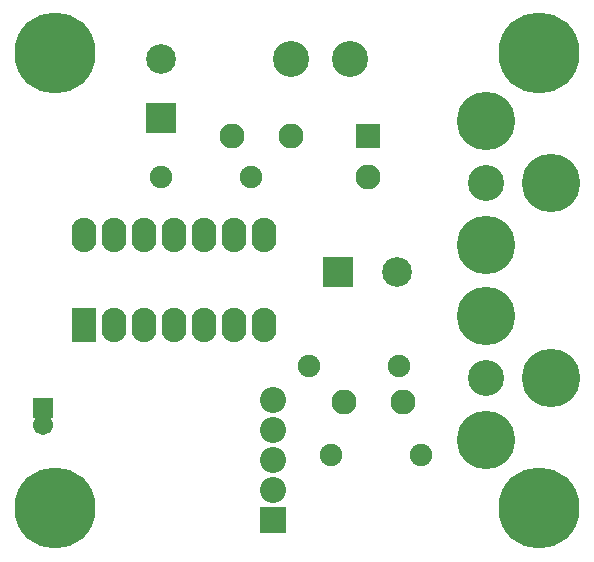
<source format=gts>
G04 #@! TF.FileFunction,Soldermask,Top*
%FSLAX46Y46*%
G04 Gerber Fmt 4.6, Leading zero omitted, Abs format (unit mm)*
G04 Created by KiCad (PCBNEW (after 2015-mar-04 BZR unknown)-product) date 4/20/2017 11:34:07 AM*
%MOMM*%
G01*
G04 APERTURE LIST*
%ADD10C,0.150000*%
%ADD11R,2.508000X2.508000*%
%ADD12C,2.508000*%
%ADD13R,1.708000X1.708000*%
%ADD14C,1.708000*%
%ADD15C,2.108000*%
%ADD16R,2.108000X2.108000*%
%ADD17C,4.953000*%
%ADD18C,3.048000*%
%ADD19R,2.208000X2.208000*%
%ADD20O,2.208000X2.208000*%
%ADD21C,6.858000*%
%ADD22C,1.908000*%
%ADD23O,1.908000X1.908000*%
%ADD24R,2.108000X2.908000*%
%ADD25O,2.108000X2.908000*%
G04 APERTURE END LIST*
D10*
D11*
X13000000Y-9500000D03*
D12*
X13000000Y-4500000D03*
D13*
X3000000Y-34000000D03*
D14*
X3000000Y-35500000D03*
D15*
X33500000Y-33500000D03*
X28500000Y-33500000D03*
D11*
X28000000Y-22500000D03*
D12*
X33000000Y-22500000D03*
D15*
X19000000Y-11000000D03*
X24000000Y-11000000D03*
D16*
X30500000Y-11000000D03*
D15*
X30500000Y-14500000D03*
D17*
X46011800Y-31500000D03*
X40500000Y-26254900D03*
X40500000Y-36745100D03*
D18*
X40500000Y-31500000D03*
D17*
X46011800Y-15000000D03*
X40500000Y-9754900D03*
X40500000Y-20245100D03*
D18*
X40500000Y-15000000D03*
X24000000Y-4500000D03*
X29000000Y-4500000D03*
D19*
X22500000Y-43500000D03*
D20*
X22500000Y-40960000D03*
X22500000Y-38420000D03*
X22500000Y-35880000D03*
X22500000Y-33340000D03*
D21*
X4000000Y-4000000D03*
X45000000Y-4000000D03*
X45000000Y-42500000D03*
X4000000Y-42500000D03*
D22*
X25500000Y-30500000D03*
D23*
X33120000Y-30500000D03*
D22*
X13000000Y-14500000D03*
D23*
X20620000Y-14500000D03*
D22*
X35000000Y-38000000D03*
D23*
X27380000Y-38000000D03*
D24*
X6500000Y-27000000D03*
D25*
X21740000Y-19380000D03*
X9040000Y-27000000D03*
X19200000Y-19380000D03*
X11580000Y-27000000D03*
X16660000Y-19380000D03*
X14120000Y-27000000D03*
X14120000Y-19380000D03*
X16660000Y-27000000D03*
X11580000Y-19380000D03*
X19200000Y-27000000D03*
X9040000Y-19380000D03*
X21740000Y-27000000D03*
X6500000Y-19380000D03*
M02*

</source>
